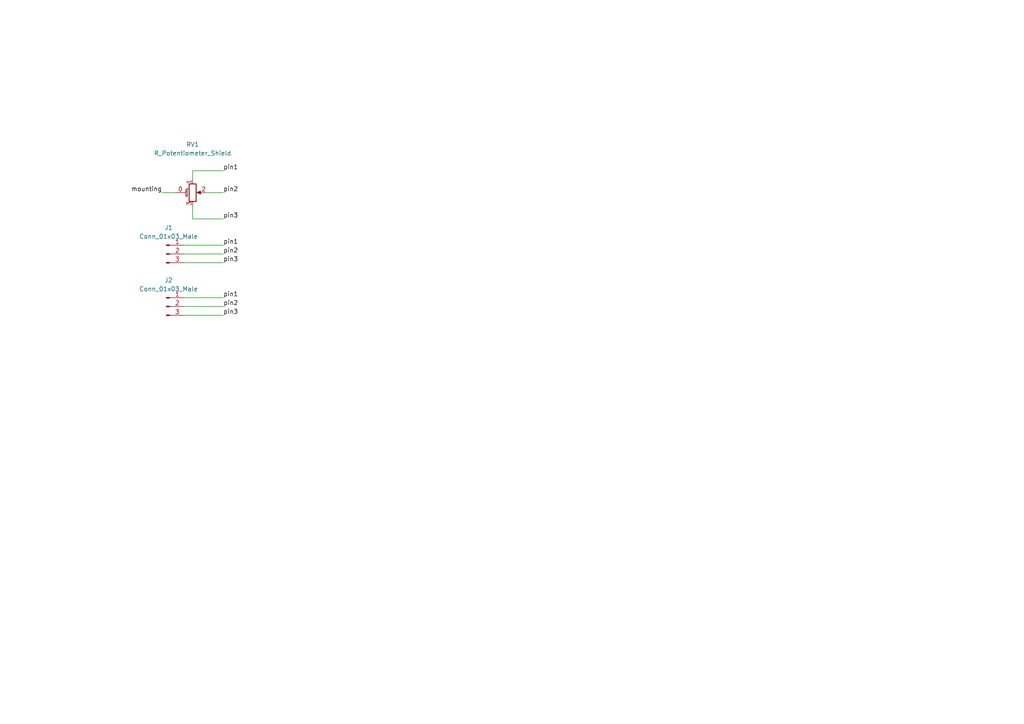
<source format=kicad_sch>
(kicad_sch (version 20211123) (generator eeschema)
  (paper "A4")
  (lib_symbols
    (symbol "Connector:Conn_01x03_Male" (pin_names (offset 1.016) hide)
      (property "Reference" "J" (at 0 5.08 0))
      (property "Value" "Conn_01x03_Male" (at 0 -5.08 0))
      (symbol "Conn_01x03_Male_1_1"
        (polyline (pts (xy 1.27 -2.54) (xy 0.8636 -2.54)) (stroke (width 0.1524)))
        (polyline (pts (xy 1.27 0) (xy 0.8636 0)) (stroke (width 0.1524)))
        (polyline (pts (xy 1.27 2.54) (xy 0.8636 2.54)) (stroke (width 0.1524)))
        (rectangle (start 0.8636 -2.413) (end 0 -2.667) (stroke (width 0.1524)) (fill (type outline)))
        (rectangle (start 0.8636 0.127) (end 0 -0.127) (stroke (width 0.1524)) (fill (type outline)))
        (rectangle (start 0.8636 2.667) (end 0 2.413) (stroke (width 0.1524)) (fill (type outline)))
        (pin passive line (at 5.08 2.54 180) (length 3.81) (name "Pin_1") (number "1"))
        (pin passive line (at 5.08 0 180) (length 3.81) (name "Pin_2") (number "2"))
        (pin passive line (at 5.08 -2.54 180) (length 3.81) (name "Pin_3") (number "3"))
      )
    )
    (symbol "R0904NB10KL-25KQ:R_Potentiometer_Shield" (pin_names (offset 1.016) hide)
      (property "Reference" "RV" (at -8.255 0 90))
      (property "Value" "R_Potentiometer_Shield" (at -6.35 0 90))
      (symbol "R_Potentiometer_Shield_0_1"
        (polyline (pts (xy 2.54 0) (xy 1.524 0)))
        (polyline (pts (xy 1.143 0) (xy 2.286 0.508) (xy 2.286 -0.508)) (fill (type outline)))
        (rectangle (start 1.016 2.54) (end -1.016 -2.54) (stroke (width 0.254)))
      )
      (symbol "R_Potentiometer_Shield_1_1"
        (polyline (pts (xy -2.032 1.016) (xy -2.032 -1.016)) (stroke (width 0.1524)))
        (text "Mounting" (at -1.651 0 900) (effects (font (size 0.381 0.381))))
        (pin passive line (at -5.08 0 0) (length 3.048) (name "ShieldPin") (number "0"))
        (pin passive line (at 0 3.81 270) (length 1.27) (name "1") (number "1"))
        (pin passive line (at 3.81 0 180) (length 1.27) (name "2") (number "2"))
        (pin passive line (at 0 -3.81 90) (length 1.27) (name "3") (number "3"))
      )
    )
  )
  (wire (pts (xy 53.34 76.2) (xy 64.77 76.2)))
  (wire (pts (xy 53.34 71.12) (xy 64.77 71.12)))
  (wire (pts (xy 55.88 59.69) (xy 55.88 63.5)))
  (wire (pts (xy 53.34 88.9) (xy 64.77 88.9)))
  (wire (pts (xy 46.99 55.88) (xy 50.8 55.88)))
  (wire (pts (xy 64.77 55.88) (xy 59.69 55.88)))
  (wire (pts (xy 55.88 49.53) (xy 55.88 52.07)))
  (wire (pts (xy 64.77 63.5) (xy 55.88 63.5)))
  (wire (pts (xy 53.34 73.66) (xy 64.77 73.66)))
  (wire (pts (xy 53.34 86.36) (xy 64.77 86.36)))
  (wire (pts (xy 64.77 49.53) (xy 55.88 49.53)))
  (wire (pts (xy 53.34 91.44) (xy 64.77 91.44)))
  (label "pin3" (at 64.77 76.2 0))
  (label "pin2" (at 64.77 55.88 0))
  (label "pin1" (at 64.77 86.36 0))
  (label "pin2" (at 64.77 73.66 0))
  (label "pin3" (at 64.77 63.5 0))
  (label "pin2" (at 64.77 88.9 0))
  (label "pin1" (at 64.77 49.53 0))
  (label "mounting" (at 46.99 55.88 180))
  (label "pin3" (at 64.77 91.44 0))
  (label "pin1" (at 64.77 71.12 0))
  (symbol (lib_id "Connector:Conn_01x03_Male") (at 48.26 73.66 0) (unit 1)
    (property "Reference" "J1" (at 48.895 66.04 0))
    (property "Value" "Conn_01x03_Male" (at 48.895 68.58 0))
    (property "Footprint" "Connector_PinHeader_2.54mm:PinHeader_1x03_P2.54mm_Vertical" (effects hide))
  )
  (symbol (lib_id "R0904NB10KL-25KQ:R_Potentiometer_Shield") (at 55.88 55.88 0) (unit 1)
    (property "Reference" "RV1" (at 55.88 41.91 0))
    (property "Value" "R_Potentiometer_Shield" (at 55.88 44.45 0))
    (property "Footprint" "R0904NB10KL-25KQ:V3_TRIM_R0904NB10KL-Keepout" (effects hide))
  )
  (symbol (lib_id "Connector:Conn_01x03_Male") (at 48.26 88.9 0) (unit 1)
    (property "Reference" "J2" (at 48.895 81.28 0))
    (property "Value" "Conn_01x03_Male" (at 48.895 83.82 0))
    (property "Footprint" "Connector_PinHeader_2.54mm:PinHeader_1x03_P2.54mm_Vertical" (effects hide))
  )
)
</source>
